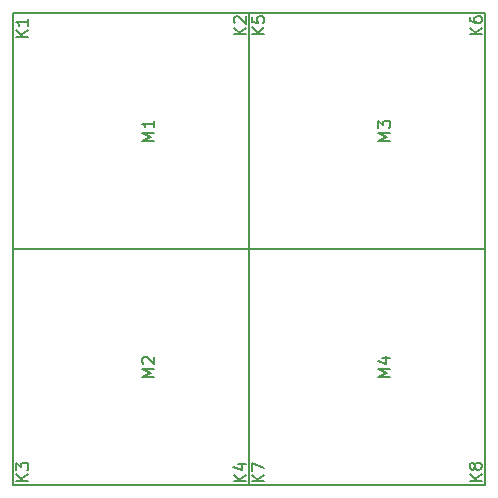
<source format=gto>
G04 (created by PCBNEW (2013-mar-13)-testing) date Mon 26 Aug 2013 08:21:07 AM PDT*
%MOIN*%
G04 Gerber Fmt 3.4, Leading zero omitted, Abs format*
%FSLAX34Y34*%
G01*
G70*
G90*
G04 APERTURE LIST*
%ADD10C,0.005906*%
%ADD11C,0.008000*%
G04 APERTURE END LIST*
G54D10*
G54D11*
X35315Y-35290D02*
X34915Y-35290D01*
X35315Y-35061D02*
X35087Y-35233D01*
X34915Y-35061D02*
X35144Y-35290D01*
X35087Y-34833D02*
X35068Y-34871D01*
X35049Y-34890D01*
X35011Y-34909D01*
X34992Y-34909D01*
X34954Y-34890D01*
X34935Y-34871D01*
X34915Y-34833D01*
X34915Y-34756D01*
X34935Y-34718D01*
X34954Y-34699D01*
X34992Y-34680D01*
X35011Y-34680D01*
X35049Y-34699D01*
X35068Y-34718D01*
X35087Y-34756D01*
X35087Y-34833D01*
X35106Y-34871D01*
X35125Y-34890D01*
X35163Y-34909D01*
X35239Y-34909D01*
X35277Y-34890D01*
X35296Y-34871D01*
X35315Y-34833D01*
X35315Y-34756D01*
X35296Y-34718D01*
X35277Y-34699D01*
X35239Y-34680D01*
X35163Y-34680D01*
X35125Y-34699D01*
X35106Y-34718D01*
X35087Y-34756D01*
X28055Y-35305D02*
X27655Y-35305D01*
X28055Y-35076D02*
X27827Y-35248D01*
X27655Y-35076D02*
X27884Y-35305D01*
X27655Y-34943D02*
X27655Y-34676D01*
X28055Y-34848D01*
X35320Y-20405D02*
X34920Y-20405D01*
X35320Y-20176D02*
X35092Y-20348D01*
X34920Y-20176D02*
X35149Y-20405D01*
X34920Y-19833D02*
X34920Y-19909D01*
X34940Y-19948D01*
X34959Y-19967D01*
X35016Y-20005D01*
X35092Y-20024D01*
X35244Y-20024D01*
X35282Y-20005D01*
X35301Y-19986D01*
X35320Y-19948D01*
X35320Y-19871D01*
X35301Y-19833D01*
X35282Y-19814D01*
X35244Y-19795D01*
X35149Y-19795D01*
X35111Y-19814D01*
X35092Y-19833D01*
X35073Y-19871D01*
X35073Y-19948D01*
X35092Y-19986D01*
X35111Y-20005D01*
X35149Y-20024D01*
X28075Y-20400D02*
X27675Y-20400D01*
X28075Y-20171D02*
X27847Y-20343D01*
X27675Y-20171D02*
X27904Y-20400D01*
X27675Y-19809D02*
X27675Y-20000D01*
X27866Y-20019D01*
X27847Y-20000D01*
X27828Y-19962D01*
X27828Y-19866D01*
X27847Y-19828D01*
X27866Y-19809D01*
X27904Y-19790D01*
X27999Y-19790D01*
X28037Y-19809D01*
X28056Y-19828D01*
X28075Y-19866D01*
X28075Y-19962D01*
X28056Y-20000D01*
X28037Y-20019D01*
X27445Y-35305D02*
X27045Y-35305D01*
X27445Y-35076D02*
X27217Y-35248D01*
X27045Y-35076D02*
X27274Y-35305D01*
X27179Y-34733D02*
X27445Y-34733D01*
X27026Y-34829D02*
X27312Y-34924D01*
X27312Y-34676D01*
X20200Y-35290D02*
X19800Y-35290D01*
X20200Y-35061D02*
X19972Y-35233D01*
X19800Y-35061D02*
X20029Y-35290D01*
X19800Y-34928D02*
X19800Y-34680D01*
X19953Y-34814D01*
X19953Y-34756D01*
X19972Y-34718D01*
X19991Y-34699D01*
X20029Y-34680D01*
X20124Y-34680D01*
X20162Y-34699D01*
X20181Y-34718D01*
X20200Y-34756D01*
X20200Y-34871D01*
X20181Y-34909D01*
X20162Y-34928D01*
X27450Y-20405D02*
X27050Y-20405D01*
X27450Y-20176D02*
X27222Y-20348D01*
X27050Y-20176D02*
X27279Y-20405D01*
X27089Y-20024D02*
X27070Y-20005D01*
X27050Y-19967D01*
X27050Y-19871D01*
X27070Y-19833D01*
X27089Y-19814D01*
X27127Y-19795D01*
X27165Y-19795D01*
X27222Y-19814D01*
X27450Y-20043D01*
X27450Y-19795D01*
X20195Y-20495D02*
X19795Y-20495D01*
X20195Y-20266D02*
X19967Y-20438D01*
X19795Y-20266D02*
X20024Y-20495D01*
X20195Y-19885D02*
X20195Y-20114D01*
X20195Y-19999D02*
X19795Y-19999D01*
X19853Y-20038D01*
X19891Y-20076D01*
X19910Y-20114D01*
G54D10*
X23622Y-19685D02*
X27559Y-19685D01*
X27559Y-19685D02*
X27559Y-27559D01*
X27559Y-27559D02*
X19685Y-27559D01*
X19685Y-27559D02*
X19685Y-19685D01*
X19685Y-19685D02*
X23818Y-19685D01*
X23622Y-27559D02*
X27559Y-27559D01*
X27559Y-27559D02*
X27559Y-35433D01*
X27559Y-35433D02*
X19685Y-35433D01*
X19685Y-35433D02*
X19685Y-27559D01*
X19685Y-27559D02*
X23818Y-27559D01*
X31496Y-19685D02*
X35433Y-19685D01*
X35433Y-19685D02*
X35433Y-27559D01*
X35433Y-27559D02*
X27559Y-27559D01*
X27559Y-27559D02*
X27559Y-19685D01*
X27559Y-19685D02*
X31692Y-19685D01*
X31496Y-27559D02*
X35433Y-27559D01*
X35433Y-27559D02*
X35433Y-35433D01*
X35433Y-35433D02*
X27559Y-35433D01*
X27559Y-35433D02*
X27559Y-27559D01*
X27559Y-27559D02*
X31692Y-27559D01*
G54D11*
X24393Y-23945D02*
X23993Y-23945D01*
X24279Y-23812D01*
X23993Y-23679D01*
X24393Y-23679D01*
X24393Y-23279D02*
X24393Y-23507D01*
X24393Y-23393D02*
X23993Y-23393D01*
X24050Y-23431D01*
X24088Y-23469D01*
X24107Y-23507D01*
X24393Y-31819D02*
X23993Y-31819D01*
X24279Y-31686D01*
X23993Y-31553D01*
X24393Y-31553D01*
X24031Y-31381D02*
X24012Y-31362D01*
X23993Y-31324D01*
X23993Y-31229D01*
X24012Y-31191D01*
X24031Y-31172D01*
X24069Y-31153D01*
X24107Y-31153D01*
X24164Y-31172D01*
X24393Y-31400D01*
X24393Y-31153D01*
X32267Y-23945D02*
X31867Y-23945D01*
X32153Y-23812D01*
X31867Y-23679D01*
X32267Y-23679D01*
X31867Y-23526D02*
X31867Y-23279D01*
X32019Y-23412D01*
X32019Y-23355D01*
X32038Y-23317D01*
X32058Y-23298D01*
X32096Y-23279D01*
X32191Y-23279D01*
X32229Y-23298D01*
X32248Y-23317D01*
X32267Y-23355D01*
X32267Y-23469D01*
X32248Y-23507D01*
X32229Y-23526D01*
X32267Y-31819D02*
X31867Y-31819D01*
X32153Y-31686D01*
X31867Y-31553D01*
X32267Y-31553D01*
X32000Y-31191D02*
X32267Y-31191D01*
X31848Y-31286D02*
X32134Y-31381D01*
X32134Y-31134D01*
M02*

</source>
